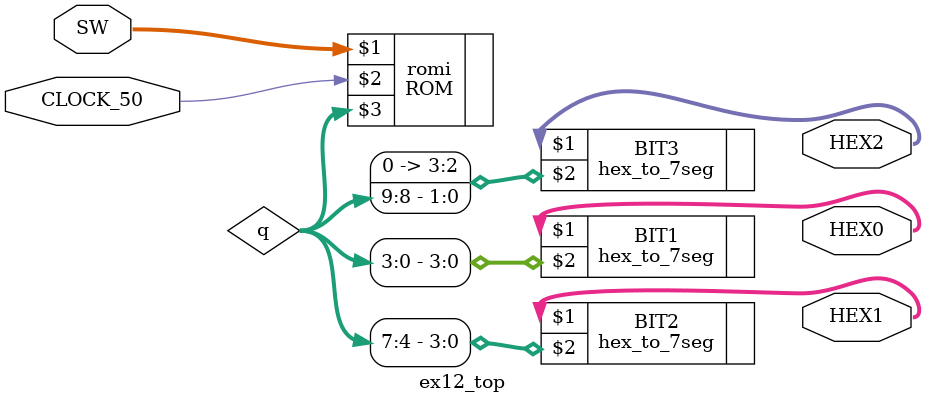
<source format=v>
module ex12_top (SW, CLOCK_50, HEX0, HEX1, HEX2);

input [9:0] SW;
input CLOCK_50 ;

output [6:0] HEX0, HEX1, HEX2;

wire [9:0] q;


ROM romi(SW,CLOCK_50,q);

hex_to_7seg	BIT1 (HEX0, q[3:0],);
hex_to_7seg	BIT2 (HEX1, q[7:4],);
hex_to_7seg	BIT3 (HEX2, {2'b00,q[9:8]});



endmodule

</source>
